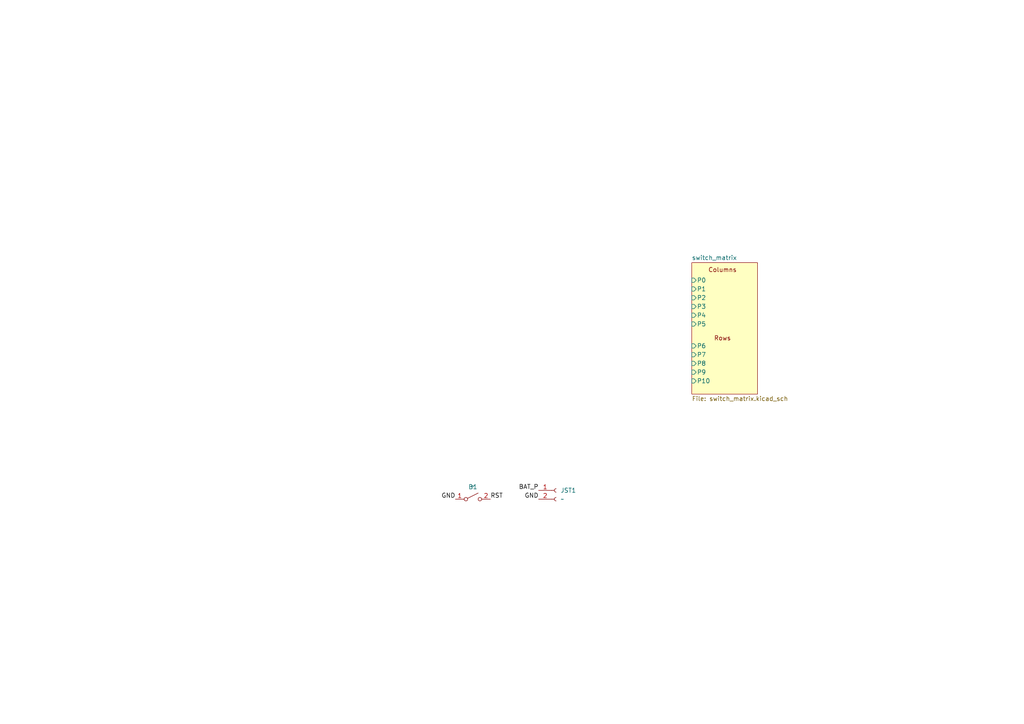
<source format=kicad_sch>
(kicad_sch (version 20250114) (generator "eeschema") (generator_version "9.0")
  (paper "A4")
  (lib_symbols
    (symbol "Connector:Conn_01x02_Socket" (pin_names (offset 1.016) (hide yes))
      (property "Reference" "J" (at 0 2.54 0))
      (property "Value" "Conn_01x02_Socket" (at 0 -5.08 0))
      (symbol "Conn_01x02_Socket_1_1"
        (polyline (pts (xy -1.27 0) (xy -0.508 0)) (stroke (width 0.1524)))
        (polyline (pts (xy -1.27 -2.54) (xy -0.508 -2.54)) (stroke (width 0.1524)))
        (arc (start 0 -0.508) (mid -0.5058 0) (end 0 0.508) (stroke (width 0.1524)))
        (arc (start 0 -3.048) (mid -0.5058 -2.54) (end 0 -2.032) (stroke (width 0.1524)))
        (pin passive line (at -5.08 0 0) (length 3.81) (name "Pin_1") (number "1"))
        (pin passive line (at -5.08 -2.54 0) (length 3.81) (name "Pin_2") (number "2"))
      )
    )
    (symbol "Switch:SW_SPST" (pin_names (offset 0) (hide yes))
      (property "Reference" "SW" (at 0 3.175 0))
      (property "Value" "SW_SPST" (at 0 -2.54 0))
      (symbol "SW_SPST_0_0"
        (circle (center -2.032 0) (radius 0.508))
        (polyline (pts (xy -1.524 0.254) (xy 1.524 1.778)))
        (circle (center 2.032 0) (radius 0.508))
      )
      (symbol "SW_SPST_1_1"
        (pin passive line (at -5.08 0 0) (length 2.54) (name "A") (number "1"))
        (pin passive line (at 5.08 0 180) (length 2.54) (name "B") (number "2"))
      )
    )
  )
  (text "Rows" (at 209.55 98.298 0) (effects (font (size 1.27 1.27))))
  (text "Columns" (at 209.55 78.486 0) (effects (font (size 1.27 1.27))))
  (label "BAT_P" (at 156.21 142.24 180))
  (label "RST" (at 142.24 144.78 0))
  (label "GND" (at 132.08 144.78 180))
  (label "GND" (at 156.21 144.78 180))
  (symbol (lib_id "Switch:SW_SPST") (at 137.16 144.78 0) (unit 1)
    (property "Reference" "B1" (at 137.16 141.224 0))
    (property "Value" "~" (at 137.16 140.97 0))
    (property "Footprint" "E73:SW_TACT_ALPS_SKQGABE010" (effects (hide yes)))
  )
  (symbol (lib_id "Connector:Conn_01x02_Socket") (at 161.29 142.24 0) (unit 1)
    (property "Reference" "JST1" (at 162.56 142.2399 0) (effects (justify left)))
    (property "Value" "~" (at 162.56 144.7799 0) (effects (justify left)))
    (property "Footprint" "ceoloide:battery_connector_jst_ph_2" (effects (hide yes)))
  )
  (sheet (at 200.66 76.2) (size 19.05 38.1) (stroke (width 0.1524) (color 132 0 0 1)) (fill (color 255 255 194 1.0000))
    (property "Sheetname" "switch_matrix" (at 200.66 75.4884 0) (effects (justify left bottom)))
    (property "Sheetfile" "switch_matrix.kicad_sch" (at 200.66 114.8846 0) (effects (justify left top)))
    (pin "P3" input (at 200.66 88.9 180))
    (pin "P10" input (at 200.66 110.49 180))
    (pin "P5" input (at 200.66 93.98 180))
    (pin "P2" input (at 200.66 86.36 180))
    (pin "P9" input (at 200.66 107.95 180))
    (pin "P1" input (at 200.66 83.82 180))
    (pin "P4" input (at 200.66 91.44 180))
    (pin "P0" input (at 200.66 81.28 180))
    (pin "P6" input (at 200.66 100.33 180))
    (pin "P7" input (at 200.66 102.87 180))
    (pin "P8" input (at 200.66 105.41 180))
  )
)
</source>
